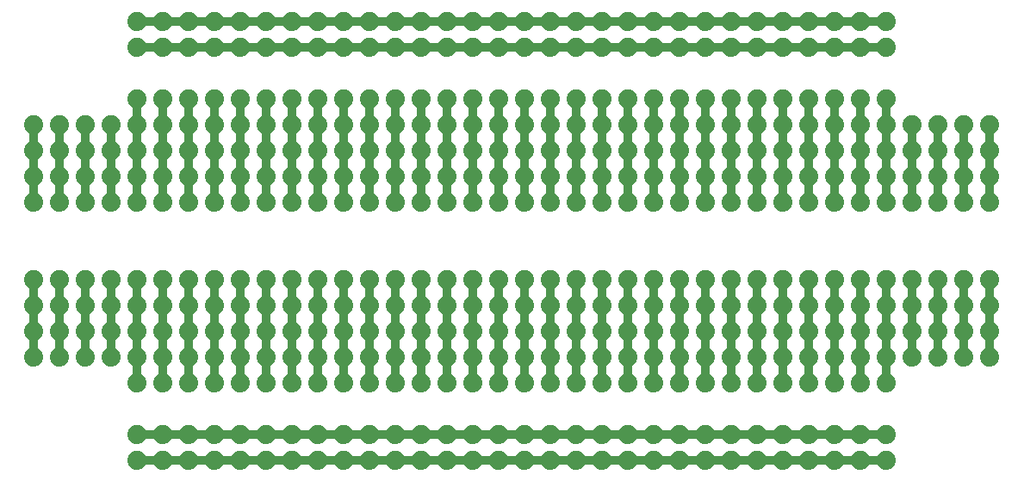
<source format=gbr>
G04 EAGLE Gerber RS-274X export*
G75*
%MOMM*%
%FSLAX34Y34*%
%LPD*%
%INBottom Copper*%
%IPPOS*%
%AMOC8*
5,1,8,0,0,1.08239X$1,22.5*%
G01*
%ADD10C,1.879600*%
%ADD11C,0.812800*%


D10*
X279400Y50800D03*
X304800Y50800D03*
X330200Y50800D03*
X355600Y50800D03*
X381000Y50800D03*
X228600Y279400D03*
X228600Y304800D03*
X228600Y330200D03*
X228600Y355600D03*
X228600Y381000D03*
X254000Y279400D03*
X254000Y304800D03*
X254000Y330200D03*
X254000Y355600D03*
X254000Y381000D03*
X279400Y279400D03*
X279400Y304800D03*
X279400Y330200D03*
X279400Y355600D03*
X279400Y381000D03*
X304800Y279400D03*
X304800Y304800D03*
X304800Y330200D03*
X304800Y355600D03*
X304800Y381000D03*
X330200Y279400D03*
X330200Y304800D03*
X330200Y330200D03*
X330200Y355600D03*
X330200Y381000D03*
X355600Y279400D03*
X355600Y304800D03*
X355600Y330200D03*
X355600Y355600D03*
X355600Y381000D03*
X381000Y279400D03*
X381000Y304800D03*
X381000Y330200D03*
X381000Y355600D03*
X381000Y381000D03*
X406400Y279400D03*
X406400Y304800D03*
X406400Y330200D03*
X406400Y355600D03*
X406400Y381000D03*
X431800Y279400D03*
X431800Y304800D03*
X431800Y330200D03*
X431800Y355600D03*
X431800Y381000D03*
X457200Y279400D03*
X457200Y304800D03*
X457200Y330200D03*
X457200Y355600D03*
X457200Y381000D03*
X406400Y50800D03*
X431800Y50800D03*
X457200Y50800D03*
X482600Y50800D03*
X508000Y50800D03*
X482600Y279400D03*
X482600Y304800D03*
X482600Y330200D03*
X482600Y355600D03*
X482600Y381000D03*
X508000Y279400D03*
X508000Y304800D03*
X508000Y330200D03*
X508000Y355600D03*
X508000Y381000D03*
X533400Y279400D03*
X533400Y304800D03*
X533400Y330200D03*
X533400Y355600D03*
X533400Y381000D03*
X558800Y279400D03*
X558800Y304800D03*
X558800Y330200D03*
X558800Y355600D03*
X558800Y381000D03*
X584200Y279400D03*
X584200Y304800D03*
X584200Y330200D03*
X584200Y355600D03*
X584200Y381000D03*
X609600Y279400D03*
X609600Y304800D03*
X609600Y330200D03*
X609600Y355600D03*
X609600Y381000D03*
X635000Y279400D03*
X635000Y304800D03*
X635000Y330200D03*
X635000Y355600D03*
X635000Y381000D03*
X533400Y50800D03*
X558800Y50800D03*
X584200Y50800D03*
X609600Y50800D03*
X635000Y50800D03*
X660400Y50800D03*
X685800Y50800D03*
X711200Y50800D03*
X736600Y50800D03*
X762000Y50800D03*
X152400Y431800D03*
X177800Y431800D03*
X203200Y431800D03*
X228600Y431800D03*
X254000Y431800D03*
X279400Y431800D03*
X304800Y431800D03*
X330200Y431800D03*
X355600Y431800D03*
X381000Y431800D03*
X406400Y431800D03*
X431800Y431800D03*
X457200Y431800D03*
X482600Y431800D03*
X508000Y431800D03*
X533400Y431800D03*
X558800Y431800D03*
X584200Y431800D03*
X609600Y431800D03*
X635000Y431800D03*
X152400Y25400D03*
X177800Y25400D03*
X203200Y25400D03*
X228600Y25400D03*
X254000Y25400D03*
X660400Y431800D03*
X685800Y431800D03*
X711200Y431800D03*
X736600Y431800D03*
X762000Y431800D03*
X152400Y457200D03*
X177800Y457200D03*
X203200Y457200D03*
X228600Y457200D03*
X254000Y457200D03*
X279400Y457200D03*
X304800Y457200D03*
X330200Y457200D03*
X355600Y457200D03*
X381000Y457200D03*
X406400Y457200D03*
X431800Y457200D03*
X457200Y457200D03*
X482600Y457200D03*
X508000Y457200D03*
X533400Y457200D03*
X558800Y457200D03*
X584200Y457200D03*
X609600Y457200D03*
X635000Y457200D03*
X660400Y457200D03*
X685800Y457200D03*
X711200Y457200D03*
X736600Y457200D03*
X762000Y457200D03*
X279400Y25400D03*
X304800Y25400D03*
X330200Y25400D03*
X355600Y25400D03*
X381000Y25400D03*
X406400Y25400D03*
X431800Y25400D03*
X457200Y25400D03*
X482600Y25400D03*
X508000Y25400D03*
X533400Y25400D03*
X558800Y25400D03*
X584200Y25400D03*
X609600Y25400D03*
X635000Y25400D03*
X660400Y25400D03*
X685800Y25400D03*
X711200Y25400D03*
X736600Y25400D03*
X762000Y25400D03*
X127000Y101600D03*
X127000Y127000D03*
X127000Y152400D03*
X127000Y177800D03*
X127000Y203200D03*
X152400Y101600D03*
X152400Y127000D03*
X152400Y152400D03*
X152400Y177800D03*
X152400Y203200D03*
X177800Y101600D03*
X177800Y127000D03*
X177800Y152400D03*
X177800Y177800D03*
X177800Y203200D03*
X203200Y101600D03*
X203200Y127000D03*
X203200Y152400D03*
X203200Y177800D03*
X203200Y203200D03*
X228600Y101600D03*
X228600Y127000D03*
X228600Y152400D03*
X228600Y177800D03*
X228600Y203200D03*
X254000Y101600D03*
X254000Y127000D03*
X254000Y152400D03*
X254000Y177800D03*
X254000Y203200D03*
X279400Y101600D03*
X279400Y127000D03*
X279400Y152400D03*
X279400Y177800D03*
X279400Y203200D03*
X304800Y101600D03*
X304800Y127000D03*
X304800Y152400D03*
X304800Y177800D03*
X304800Y203200D03*
X330200Y101600D03*
X330200Y127000D03*
X330200Y152400D03*
X330200Y177800D03*
X330200Y203200D03*
X355600Y101600D03*
X355600Y127000D03*
X355600Y152400D03*
X355600Y177800D03*
X355600Y203200D03*
X381000Y101600D03*
X381000Y127000D03*
X381000Y152400D03*
X381000Y177800D03*
X381000Y203200D03*
X406400Y101600D03*
X406400Y127000D03*
X406400Y152400D03*
X406400Y177800D03*
X406400Y203200D03*
X431800Y101600D03*
X431800Y127000D03*
X431800Y152400D03*
X431800Y177800D03*
X431800Y203200D03*
X457200Y101600D03*
X457200Y127000D03*
X457200Y152400D03*
X457200Y177800D03*
X457200Y203200D03*
X482600Y101600D03*
X482600Y127000D03*
X482600Y152400D03*
X482600Y177800D03*
X482600Y203200D03*
X508000Y101600D03*
X508000Y127000D03*
X508000Y152400D03*
X508000Y177800D03*
X508000Y203200D03*
X533400Y101600D03*
X533400Y127000D03*
X533400Y152400D03*
X533400Y177800D03*
X533400Y203200D03*
X558800Y101600D03*
X558800Y127000D03*
X558800Y152400D03*
X558800Y177800D03*
X558800Y203200D03*
X584200Y101600D03*
X584200Y127000D03*
X584200Y152400D03*
X584200Y177800D03*
X584200Y203200D03*
X609600Y101600D03*
X609600Y127000D03*
X609600Y152400D03*
X609600Y177800D03*
X609600Y203200D03*
X635000Y101600D03*
X635000Y127000D03*
X635000Y152400D03*
X635000Y177800D03*
X635000Y203200D03*
X660400Y101600D03*
X660400Y127000D03*
X660400Y152400D03*
X660400Y177800D03*
X660400Y203200D03*
X685800Y101600D03*
X685800Y127000D03*
X685800Y152400D03*
X685800Y177800D03*
X685800Y203200D03*
X711200Y101600D03*
X711200Y127000D03*
X711200Y152400D03*
X711200Y177800D03*
X711200Y203200D03*
X736600Y101600D03*
X736600Y127000D03*
X736600Y152400D03*
X736600Y177800D03*
X736600Y203200D03*
X762000Y101600D03*
X762000Y127000D03*
X762000Y152400D03*
X762000Y177800D03*
X762000Y203200D03*
X787400Y101600D03*
X787400Y127000D03*
X787400Y152400D03*
X787400Y177800D03*
X787400Y203200D03*
X152400Y50800D03*
X177800Y50800D03*
X203200Y50800D03*
X228600Y50800D03*
X254000Y50800D03*
X127000Y279400D03*
X127000Y304800D03*
X127000Y330200D03*
X127000Y355600D03*
X127000Y381000D03*
X152400Y279400D03*
X152400Y304800D03*
X152400Y330200D03*
X152400Y355600D03*
X152400Y381000D03*
X177800Y279400D03*
X177800Y304800D03*
X177800Y330200D03*
X177800Y355600D03*
X177800Y381000D03*
X203200Y279400D03*
X203200Y304800D03*
X203200Y330200D03*
X203200Y355600D03*
X203200Y381000D03*
X660400Y279400D03*
X660400Y304800D03*
X660400Y330200D03*
X660400Y355600D03*
X660400Y381000D03*
X685800Y279400D03*
X685800Y304800D03*
X685800Y330200D03*
X685800Y355600D03*
X685800Y381000D03*
X711200Y279400D03*
X711200Y304800D03*
X711200Y330200D03*
X711200Y355600D03*
X711200Y381000D03*
X736600Y279400D03*
X736600Y304800D03*
X736600Y330200D03*
X736600Y355600D03*
X736600Y381000D03*
X762000Y279400D03*
X762000Y304800D03*
X762000Y330200D03*
X762000Y355600D03*
X762000Y381000D03*
X787400Y279400D03*
X787400Y304800D03*
X787400Y330200D03*
X787400Y355600D03*
X787400Y381000D03*
X787400Y431800D03*
X787400Y457200D03*
X889000Y279400D03*
X889000Y304800D03*
X889000Y330200D03*
X889000Y355600D03*
X914400Y279400D03*
X914400Y304800D03*
X914400Y330200D03*
X914400Y355600D03*
X939800Y279400D03*
X939800Y304800D03*
X939800Y330200D03*
X939800Y355600D03*
X965200Y279400D03*
X965200Y304800D03*
X965200Y330200D03*
X965200Y355600D03*
X787400Y25400D03*
X787400Y50800D03*
X889000Y127000D03*
X889000Y152400D03*
X889000Y177800D03*
X889000Y203200D03*
X914400Y127000D03*
X914400Y152400D03*
X914400Y177800D03*
X914400Y203200D03*
X939800Y127000D03*
X939800Y152400D03*
X939800Y177800D03*
X939800Y203200D03*
X965200Y127000D03*
X965200Y152400D03*
X965200Y177800D03*
X965200Y203200D03*
X127000Y431800D03*
X127000Y457200D03*
X25400Y279400D03*
X25400Y304800D03*
X25400Y330200D03*
X25400Y355600D03*
X50800Y279400D03*
X50800Y304800D03*
X50800Y330200D03*
X50800Y355600D03*
X76200Y279400D03*
X76200Y304800D03*
X76200Y330200D03*
X76200Y355600D03*
X101600Y279400D03*
X101600Y304800D03*
X101600Y330200D03*
X101600Y355600D03*
X127000Y25400D03*
X127000Y50800D03*
X25400Y127000D03*
X25400Y152400D03*
X25400Y177800D03*
X25400Y203200D03*
X50800Y127000D03*
X50800Y152400D03*
X50800Y177800D03*
X50800Y203200D03*
X76200Y127000D03*
X76200Y152400D03*
X76200Y177800D03*
X76200Y203200D03*
X101600Y127000D03*
X101600Y152400D03*
X101600Y177800D03*
X101600Y203200D03*
X812800Y101600D03*
X812800Y127000D03*
X812800Y152400D03*
X812800Y177800D03*
X812800Y203200D03*
X838200Y101600D03*
X838200Y127000D03*
X838200Y152400D03*
X838200Y177800D03*
X838200Y203200D03*
X863600Y101600D03*
X863600Y127000D03*
X863600Y152400D03*
X863600Y177800D03*
X863600Y203200D03*
X812800Y279400D03*
X812800Y304800D03*
X812800Y330200D03*
X812800Y355600D03*
X812800Y381000D03*
X838200Y279400D03*
X838200Y304800D03*
X838200Y330200D03*
X838200Y355600D03*
X838200Y381000D03*
X863600Y279400D03*
X863600Y304800D03*
X863600Y330200D03*
X863600Y355600D03*
X863600Y381000D03*
X812800Y50800D03*
X838200Y50800D03*
X863600Y50800D03*
X812800Y25400D03*
X838200Y25400D03*
X863600Y25400D03*
X812800Y457200D03*
X838200Y457200D03*
X863600Y457200D03*
X812800Y431800D03*
X838200Y431800D03*
X863600Y431800D03*
D11*
X152400Y25400D02*
X127000Y25400D01*
X152400Y25400D02*
X177800Y25400D01*
X203200Y25400D01*
X228600Y25400D01*
X254000Y25400D01*
X279400Y25400D01*
X304800Y25400D01*
X330200Y25400D01*
X355600Y25400D01*
X381000Y25400D01*
X406400Y25400D01*
X431800Y25400D01*
X457200Y25400D01*
X482600Y25400D01*
X508000Y25400D01*
X533400Y25400D01*
X558800Y25400D01*
X584200Y25400D01*
X609600Y25400D01*
X635000Y25400D01*
X660400Y25400D01*
X685800Y25400D01*
X711200Y25400D01*
X736600Y25400D01*
X762000Y25400D01*
X787400Y25400D01*
X812800Y25400D01*
X838200Y25400D01*
X863600Y25400D01*
X787400Y50800D02*
X762000Y50800D01*
X736600Y50800D01*
X711200Y50800D01*
X685800Y50800D01*
X660400Y50800D01*
X635000Y50800D01*
X609600Y50800D01*
X584200Y50800D01*
X558800Y50800D01*
X533400Y50800D01*
X508000Y50800D01*
X482600Y50800D01*
X457200Y50800D01*
X431800Y50800D01*
X406400Y50800D01*
X381000Y50800D01*
X355600Y50800D01*
X330200Y50800D01*
X304800Y50800D01*
X279400Y50800D01*
X254000Y50800D01*
X228600Y50800D01*
X203200Y50800D01*
X177800Y50800D01*
X152400Y50800D01*
X127000Y50800D01*
X787400Y50800D02*
X812800Y50800D01*
X838200Y50800D01*
X863600Y50800D01*
X152400Y431800D02*
X127000Y431800D01*
X152400Y431800D02*
X177800Y431800D01*
X203200Y431800D01*
X228600Y431800D01*
X254000Y431800D01*
X279400Y431800D01*
X304800Y431800D01*
X330200Y431800D01*
X355600Y431800D01*
X381000Y431800D01*
X406400Y431800D01*
X431800Y431800D01*
X482600Y431800D02*
X508000Y431800D01*
X533400Y431800D01*
X558800Y431800D01*
X584200Y431800D01*
X609600Y431800D01*
X635000Y431800D01*
X660400Y431800D01*
X685800Y431800D01*
X711200Y431800D01*
X736600Y431800D01*
X762000Y431800D01*
X787400Y431800D01*
X457200Y431800D02*
X431800Y431800D01*
X457200Y431800D02*
X482600Y431800D01*
X787400Y431800D02*
X812800Y431800D01*
X838200Y431800D01*
X863600Y431800D01*
X787400Y457200D02*
X762000Y457200D01*
X736600Y457200D01*
X711200Y457200D01*
X685800Y457200D01*
X660400Y457200D01*
X635000Y457200D01*
X609600Y457200D01*
X584200Y457200D01*
X558800Y457200D01*
X533400Y457200D01*
X508000Y457200D01*
X482600Y457200D01*
X457200Y457200D01*
X406400Y457200D02*
X381000Y457200D01*
X355600Y457200D01*
X330200Y457200D01*
X304800Y457200D01*
X279400Y457200D01*
X254000Y457200D01*
X228600Y457200D01*
X203200Y457200D01*
X177800Y457200D01*
X152400Y457200D01*
X127000Y457200D01*
X431800Y457200D02*
X457200Y457200D01*
X431800Y457200D02*
X406400Y457200D01*
X787400Y457200D02*
X812800Y457200D01*
X838200Y457200D01*
X863600Y457200D01*
X127000Y203200D02*
X127000Y177800D01*
X127000Y152400D01*
X127000Y127000D01*
X127000Y101600D01*
X152400Y101600D02*
X152400Y127000D01*
X152400Y152400D01*
X152400Y177800D01*
X152400Y203200D01*
X177800Y203200D02*
X177800Y177800D01*
X177800Y152400D01*
X177800Y127000D01*
X177800Y101600D01*
X203200Y101600D02*
X203200Y127000D01*
X203200Y152400D01*
X203200Y177800D01*
X203200Y203200D01*
X228600Y203200D02*
X228600Y177800D01*
X228600Y152400D01*
X228600Y127000D01*
X228600Y101600D01*
X254000Y101600D02*
X254000Y127000D01*
X254000Y152400D01*
X254000Y177800D01*
X254000Y203200D01*
X279400Y203200D02*
X279400Y177800D01*
X279400Y152400D01*
X279400Y127000D01*
X279400Y101600D01*
X304800Y101600D02*
X304800Y127000D01*
X304800Y152400D01*
X304800Y177800D01*
X304800Y203200D01*
X330200Y203200D02*
X330200Y177800D01*
X330200Y152400D01*
X330200Y127000D01*
X330200Y101600D01*
X355600Y101600D02*
X355600Y127000D01*
X355600Y152400D01*
X355600Y177800D01*
X355600Y203200D01*
X381000Y203200D02*
X381000Y177800D01*
X381000Y152400D01*
X381000Y127000D01*
X381000Y101600D01*
X406400Y101600D02*
X406400Y127000D01*
X406400Y152400D01*
X406400Y177800D01*
X406400Y203200D01*
X431800Y203200D02*
X431800Y177800D01*
X431800Y152400D01*
X431800Y127000D01*
X431800Y101600D01*
X457200Y101600D02*
X457200Y127000D01*
X457200Y152400D01*
X457200Y177800D01*
X457200Y203200D01*
X482600Y203200D02*
X482600Y177800D01*
X482600Y152400D01*
X482600Y127000D01*
X482600Y101600D01*
X508000Y101600D02*
X508000Y127000D01*
X508000Y152400D01*
X508000Y177800D01*
X508000Y203200D01*
X533400Y203200D02*
X533400Y177800D01*
X533400Y152400D01*
X533400Y127000D01*
X533400Y101600D01*
X558800Y101600D02*
X558800Y127000D01*
X558800Y152400D01*
X558800Y177800D01*
X558800Y203200D01*
X584200Y203200D02*
X584200Y177800D01*
X584200Y152400D01*
X584200Y127000D01*
X584200Y101600D01*
X609600Y101600D02*
X609600Y127000D01*
X609600Y152400D01*
X609600Y177800D01*
X609600Y203200D01*
X635000Y203200D02*
X635000Y177800D01*
X635000Y152400D01*
X635000Y127000D01*
X635000Y101600D01*
X660400Y101600D02*
X660400Y127000D01*
X660400Y152400D01*
X660400Y177800D01*
X660400Y203200D01*
X685800Y203200D02*
X685800Y177800D01*
X685800Y152400D01*
X685800Y127000D01*
X685800Y101600D01*
X711200Y101600D02*
X711200Y127000D01*
X711200Y152400D01*
X711200Y177800D01*
X711200Y203200D01*
X736600Y203200D02*
X736600Y177800D01*
X736600Y152400D01*
X736600Y127000D01*
X736600Y101600D01*
X762000Y101600D02*
X762000Y127000D01*
X762000Y152400D01*
X762000Y177800D01*
X762000Y203200D01*
X787400Y203200D02*
X787400Y177800D01*
X787400Y152400D01*
X787400Y127000D01*
X787400Y101600D01*
X127000Y279400D02*
X127000Y304800D01*
X127000Y330200D01*
X127000Y355600D01*
X127000Y381000D01*
X152400Y330200D02*
X152400Y304800D01*
X152400Y279400D01*
X152400Y355600D02*
X152400Y381000D01*
X152400Y355600D02*
X152400Y330200D01*
X177800Y304800D02*
X177800Y279400D01*
X177800Y304800D02*
X177800Y330200D01*
X177800Y355600D01*
X177800Y381000D01*
X203200Y381000D02*
X203200Y355600D01*
X203200Y330200D01*
X203200Y304800D01*
X203200Y279400D01*
X228600Y279400D02*
X228600Y304800D01*
X228600Y330200D01*
X228600Y355600D01*
X228600Y381000D01*
X254000Y381000D02*
X254000Y355600D01*
X254000Y330200D01*
X254000Y304800D01*
X254000Y279400D01*
X279400Y279400D02*
X279400Y304800D01*
X279400Y330200D01*
X279400Y355600D01*
X279400Y381000D01*
X304800Y381000D02*
X304800Y355600D01*
X304800Y330200D01*
X304800Y304800D01*
X304800Y279400D01*
X330200Y279400D02*
X330200Y304800D01*
X330200Y330200D01*
X330200Y355600D01*
X330200Y381000D01*
X355600Y381000D02*
X355600Y355600D01*
X355600Y330200D01*
X355600Y304800D01*
X355600Y279400D01*
X381000Y279400D02*
X381000Y304800D01*
X381000Y330200D01*
X381000Y355600D01*
X381000Y381000D01*
X406400Y381000D02*
X406400Y355600D01*
X406400Y330200D01*
X406400Y304800D01*
X406400Y279400D01*
X431800Y279400D02*
X431800Y304800D01*
X431800Y330200D01*
X431800Y355600D01*
X431800Y381000D01*
X457200Y381000D02*
X457200Y355600D01*
X457200Y330200D01*
X457200Y304800D01*
X457200Y279400D01*
X482600Y279400D02*
X482600Y304800D01*
X482600Y330200D01*
X482600Y355600D01*
X482600Y381000D01*
X508000Y381000D02*
X508000Y355600D01*
X508000Y330200D01*
X508000Y304800D01*
X508000Y279400D01*
X533400Y279400D02*
X533400Y304800D01*
X533400Y330200D01*
X533400Y355600D01*
X533400Y381000D01*
X558800Y381000D02*
X558800Y355600D01*
X558800Y330200D01*
X558800Y304800D01*
X558800Y279400D01*
X584200Y279400D02*
X584200Y304800D01*
X584200Y330200D01*
X584200Y355600D01*
X584200Y381000D01*
X609600Y381000D02*
X609600Y355600D01*
X609600Y330200D01*
X609600Y304800D01*
X609600Y279400D01*
X635000Y279400D02*
X635000Y304800D01*
X635000Y330200D01*
X635000Y355600D01*
X635000Y381000D01*
X660400Y381000D02*
X660400Y355600D01*
X660400Y330200D01*
X660400Y304800D01*
X660400Y279400D01*
X685800Y279400D02*
X685800Y304800D01*
X685800Y330200D01*
X685800Y355600D01*
X685800Y381000D01*
X711200Y381000D02*
X711200Y355600D01*
X711200Y330200D01*
X711200Y304800D01*
X711200Y279400D01*
X736600Y279400D02*
X736600Y304800D01*
X736600Y330200D01*
X736600Y355600D01*
X736600Y381000D01*
X762000Y381000D02*
X762000Y355600D01*
X762000Y330200D01*
X762000Y304800D01*
X762000Y279400D01*
X787400Y279400D02*
X787400Y304800D01*
X787400Y330200D01*
X787400Y355600D01*
X787400Y381000D01*
X889000Y355600D02*
X889000Y330200D01*
X889000Y304800D01*
X889000Y279400D01*
X914400Y279400D02*
X914400Y304800D01*
X914400Y330200D01*
X914400Y355600D01*
X939800Y355600D02*
X939800Y330200D01*
X939800Y304800D01*
X939800Y279400D01*
X965200Y279400D02*
X965200Y304800D01*
X965200Y330200D01*
X965200Y355600D01*
X889000Y152400D02*
X889000Y127000D01*
X889000Y152400D02*
X889000Y177800D01*
X889000Y203200D01*
X914400Y203200D02*
X914400Y177800D01*
X914400Y152400D01*
X914400Y127000D01*
X939800Y127000D02*
X939800Y152400D01*
X939800Y177800D01*
X939800Y203200D01*
X965200Y203200D02*
X965200Y177800D01*
X965200Y152400D01*
X965200Y127000D01*
X25400Y279400D02*
X25400Y304800D01*
X25400Y330200D01*
X25400Y355600D01*
X50800Y355600D02*
X50800Y330200D01*
X50800Y304800D01*
X50800Y279400D01*
X76200Y279400D02*
X76200Y304800D01*
X76200Y330200D01*
X76200Y355600D01*
X101600Y355600D02*
X101600Y330200D01*
X101600Y304800D01*
X101600Y279400D01*
X25400Y203200D02*
X25400Y177800D01*
X25400Y152400D01*
X25400Y127000D01*
X50800Y177800D02*
X50800Y203200D01*
X50800Y177800D02*
X50800Y152400D01*
X50800Y127000D01*
X76200Y127000D02*
X76200Y152400D01*
X76200Y177800D01*
X76200Y203200D01*
X101600Y203200D02*
X101600Y177800D01*
X101600Y152400D01*
X101600Y127000D01*
X812800Y127000D02*
X812800Y101600D01*
X812800Y127000D02*
X812800Y152400D01*
X812800Y177800D01*
X812800Y203200D01*
X838200Y203200D02*
X838200Y177800D01*
X838200Y152400D01*
X838200Y127000D01*
X838200Y101600D01*
X863600Y101600D02*
X863600Y127000D01*
X863600Y152400D01*
X863600Y177800D01*
X863600Y203200D01*
X812800Y355600D02*
X812800Y381000D01*
X812800Y355600D02*
X812800Y330200D01*
X812800Y304800D01*
X812800Y279400D01*
X838200Y279400D02*
X838200Y304800D01*
X838200Y330200D01*
X838200Y355600D01*
X838200Y381000D01*
X863600Y381000D02*
X863600Y355600D01*
X863600Y330200D01*
X863600Y304800D01*
X863600Y279400D01*
M02*

</source>
